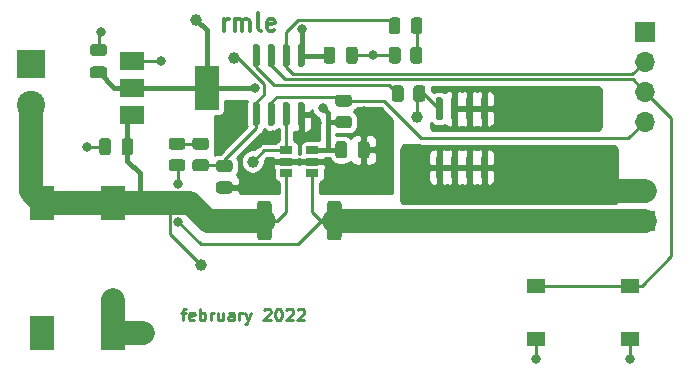
<source format=gbr>
%TF.GenerationSoftware,KiCad,Pcbnew,5.99.0+really5.1.10+dfsg1-1*%
%TF.CreationDate,2022-02-08T15:36:29-05:00*%
%TF.ProjectId,hotwire-lite,686f7477-6972-4652-9d6c-6974652e6b69,rev?*%
%TF.SameCoordinates,Original*%
%TF.FileFunction,Copper,L1,Top*%
%TF.FilePolarity,Positive*%
%FSLAX46Y46*%
G04 Gerber Fmt 4.6, Leading zero omitted, Abs format (unit mm)*
G04 Created by KiCad (PCBNEW 5.99.0+really5.1.10+dfsg1-1) date 2022-02-08 15:36:29*
%MOMM*%
%LPD*%
G01*
G04 APERTURE LIST*
%TA.AperFunction,NonConductor*%
%ADD10C,0.300000*%
%TD*%
%TA.AperFunction,NonConductor*%
%ADD11C,0.250000*%
%TD*%
%TA.AperFunction,ComponentPad*%
%ADD12O,1.700000X1.700000*%
%TD*%
%TA.AperFunction,ComponentPad*%
%ADD13R,1.700000X1.700000*%
%TD*%
%TA.AperFunction,SMDPad,CuDef*%
%ADD14R,2.000000X3.800000*%
%TD*%
%TA.AperFunction,SMDPad,CuDef*%
%ADD15R,2.000000X1.500000*%
%TD*%
%TA.AperFunction,SMDPad,CuDef*%
%ADD16R,2.000000X3.000000*%
%TD*%
%TA.AperFunction,SMDPad,CuDef*%
%ADD17R,1.060000X0.650000*%
%TD*%
%TA.AperFunction,SMDPad,CuDef*%
%ADD18C,1.000000*%
%TD*%
%TA.AperFunction,ComponentPad*%
%ADD19R,2.400000X2.400000*%
%TD*%
%TA.AperFunction,ComponentPad*%
%ADD20C,2.400000*%
%TD*%
%TA.AperFunction,SMDPad,CuDef*%
%ADD21R,1.550000X1.300000*%
%TD*%
%TA.AperFunction,ViaPad*%
%ADD22C,0.800000*%
%TD*%
%TA.AperFunction,Conductor*%
%ADD23C,0.250000*%
%TD*%
%TA.AperFunction,Conductor*%
%ADD24C,2.000000*%
%TD*%
%TA.AperFunction,Conductor*%
%ADD25C,0.350000*%
%TD*%
%TA.AperFunction,Conductor*%
%ADD26C,0.400000*%
%TD*%
%TA.AperFunction,Conductor*%
%ADD27C,0.254000*%
%TD*%
%TA.AperFunction,Conductor*%
%ADD28C,0.100000*%
%TD*%
G04 APERTURE END LIST*
D10*
X86357142Y-60928571D02*
X86357142Y-59928571D01*
X86357142Y-60214285D02*
X86428571Y-60071428D01*
X86500000Y-60000000D01*
X86642857Y-59928571D01*
X86785714Y-59928571D01*
X87285714Y-60928571D02*
X87285714Y-59928571D01*
X87285714Y-60071428D02*
X87357142Y-60000000D01*
X87500000Y-59928571D01*
X87714285Y-59928571D01*
X87857142Y-60000000D01*
X87928571Y-60142857D01*
X87928571Y-60928571D01*
X87928571Y-60142857D02*
X88000000Y-60000000D01*
X88142857Y-59928571D01*
X88357142Y-59928571D01*
X88500000Y-60000000D01*
X88571428Y-60142857D01*
X88571428Y-60928571D01*
X89500000Y-60928571D02*
X89357142Y-60857142D01*
X89285714Y-60714285D01*
X89285714Y-59428571D01*
X90642857Y-60857142D02*
X90500000Y-60928571D01*
X90214285Y-60928571D01*
X90071428Y-60857142D01*
X90000000Y-60714285D01*
X90000000Y-60142857D01*
X90071428Y-60000000D01*
X90214285Y-59928571D01*
X90500000Y-59928571D01*
X90642857Y-60000000D01*
X90714285Y-60142857D01*
X90714285Y-60285714D01*
X90000000Y-60428571D01*
D11*
X82757738Y-84785714D02*
X83138690Y-84785714D01*
X82900595Y-85452380D02*
X82900595Y-84595238D01*
X82948214Y-84500000D01*
X83043452Y-84452380D01*
X83138690Y-84452380D01*
X83852976Y-85404761D02*
X83757738Y-85452380D01*
X83567261Y-85452380D01*
X83472023Y-85404761D01*
X83424404Y-85309523D01*
X83424404Y-84928571D01*
X83472023Y-84833333D01*
X83567261Y-84785714D01*
X83757738Y-84785714D01*
X83852976Y-84833333D01*
X83900595Y-84928571D01*
X83900595Y-85023809D01*
X83424404Y-85119047D01*
X84329166Y-85452380D02*
X84329166Y-84452380D01*
X84329166Y-84833333D02*
X84424404Y-84785714D01*
X84614880Y-84785714D01*
X84710119Y-84833333D01*
X84757738Y-84880952D01*
X84805357Y-84976190D01*
X84805357Y-85261904D01*
X84757738Y-85357142D01*
X84710119Y-85404761D01*
X84614880Y-85452380D01*
X84424404Y-85452380D01*
X84329166Y-85404761D01*
X85233928Y-85452380D02*
X85233928Y-84785714D01*
X85233928Y-84976190D02*
X85281547Y-84880952D01*
X85329166Y-84833333D01*
X85424404Y-84785714D01*
X85519642Y-84785714D01*
X86281547Y-84785714D02*
X86281547Y-85452380D01*
X85852976Y-84785714D02*
X85852976Y-85309523D01*
X85900595Y-85404761D01*
X85995833Y-85452380D01*
X86138690Y-85452380D01*
X86233928Y-85404761D01*
X86281547Y-85357142D01*
X87186309Y-85452380D02*
X87186309Y-84928571D01*
X87138690Y-84833333D01*
X87043452Y-84785714D01*
X86852976Y-84785714D01*
X86757738Y-84833333D01*
X87186309Y-85404761D02*
X87091071Y-85452380D01*
X86852976Y-85452380D01*
X86757738Y-85404761D01*
X86710119Y-85309523D01*
X86710119Y-85214285D01*
X86757738Y-85119047D01*
X86852976Y-85071428D01*
X87091071Y-85071428D01*
X87186309Y-85023809D01*
X87662500Y-85452380D02*
X87662500Y-84785714D01*
X87662500Y-84976190D02*
X87710119Y-84880952D01*
X87757738Y-84833333D01*
X87852976Y-84785714D01*
X87948214Y-84785714D01*
X88186309Y-84785714D02*
X88424404Y-85452380D01*
X88662500Y-84785714D02*
X88424404Y-85452380D01*
X88329166Y-85690476D01*
X88281547Y-85738095D01*
X88186309Y-85785714D01*
X89757738Y-84547619D02*
X89805357Y-84500000D01*
X89900595Y-84452380D01*
X90138690Y-84452380D01*
X90233928Y-84500000D01*
X90281547Y-84547619D01*
X90329166Y-84642857D01*
X90329166Y-84738095D01*
X90281547Y-84880952D01*
X89710119Y-85452380D01*
X90329166Y-85452380D01*
X90948214Y-84452380D02*
X91043452Y-84452380D01*
X91138690Y-84500000D01*
X91186309Y-84547619D01*
X91233928Y-84642857D01*
X91281547Y-84833333D01*
X91281547Y-85071428D01*
X91233928Y-85261904D01*
X91186309Y-85357142D01*
X91138690Y-85404761D01*
X91043452Y-85452380D01*
X90948214Y-85452380D01*
X90852976Y-85404761D01*
X90805357Y-85357142D01*
X90757738Y-85261904D01*
X90710119Y-85071428D01*
X90710119Y-84833333D01*
X90757738Y-84642857D01*
X90805357Y-84547619D01*
X90852976Y-84500000D01*
X90948214Y-84452380D01*
X91662500Y-84547619D02*
X91710119Y-84500000D01*
X91805357Y-84452380D01*
X92043452Y-84452380D01*
X92138690Y-84500000D01*
X92186309Y-84547619D01*
X92233928Y-84642857D01*
X92233928Y-84738095D01*
X92186309Y-84880952D01*
X91614880Y-85452380D01*
X92233928Y-85452380D01*
X92614880Y-84547619D02*
X92662500Y-84500000D01*
X92757738Y-84452380D01*
X92995833Y-84452380D01*
X93091071Y-84500000D01*
X93138690Y-84547619D01*
X93186309Y-84642857D01*
X93186309Y-84738095D01*
X93138690Y-84880952D01*
X92567261Y-85452380D01*
X93186309Y-85452380D01*
%TO.P,C1,2*%
%TO.N,GNDREF*%
%TA.AperFunction,SMDPad,CuDef*%
G36*
G01*
X76800000Y-70275000D02*
X76800000Y-71225000D01*
G75*
G02*
X76550000Y-71475000I-250000J0D01*
G01*
X76050000Y-71475000D01*
G75*
G02*
X75800000Y-71225000I0J250000D01*
G01*
X75800000Y-70275000D01*
G75*
G02*
X76050000Y-70025000I250000J0D01*
G01*
X76550000Y-70025000D01*
G75*
G02*
X76800000Y-70275000I0J-250000D01*
G01*
G37*
%TD.AperFunction*%
%TO.P,C1,1*%
%TO.N,/vin*%
%TA.AperFunction,SMDPad,CuDef*%
G36*
G01*
X78700000Y-70275000D02*
X78700000Y-71225000D01*
G75*
G02*
X78450000Y-71475000I-250000J0D01*
G01*
X77950000Y-71475000D01*
G75*
G02*
X77700000Y-71225000I0J250000D01*
G01*
X77700000Y-70275000D01*
G75*
G02*
X77950000Y-70025000I250000J0D01*
G01*
X78450000Y-70025000D01*
G75*
G02*
X78700000Y-70275000I0J-250000D01*
G01*
G37*
%TD.AperFunction*%
%TD*%
%TO.P,R6,2*%
%TO.N,Net-(Q1-Pad4)*%
%TA.AperFunction,SMDPad,CuDef*%
G36*
G01*
X102400000Y-66700002D02*
X102400000Y-65799998D01*
G75*
G02*
X102649998Y-65550000I249998J0D01*
G01*
X103175002Y-65550000D01*
G75*
G02*
X103425000Y-65799998I0J-249998D01*
G01*
X103425000Y-66700002D01*
G75*
G02*
X103175002Y-66950000I-249998J0D01*
G01*
X102649998Y-66950000D01*
G75*
G02*
X102400000Y-66700002I0J249998D01*
G01*
G37*
%TD.AperFunction*%
%TO.P,R6,1*%
%TO.N,/pwm_output*%
%TA.AperFunction,SMDPad,CuDef*%
G36*
G01*
X100575000Y-66700002D02*
X100575000Y-65799998D01*
G75*
G02*
X100824998Y-65550000I249998J0D01*
G01*
X101350002Y-65550000D01*
G75*
G02*
X101600000Y-65799998I0J-249998D01*
G01*
X101600000Y-66700002D01*
G75*
G02*
X101350002Y-66950000I-249998J0D01*
G01*
X100824998Y-66950000D01*
G75*
G02*
X100575000Y-66700002I0J249998D01*
G01*
G37*
%TD.AperFunction*%
%TD*%
%TO.P,R3,2*%
%TO.N,GNDREF*%
%TA.AperFunction,SMDPad,CuDef*%
G36*
G01*
X85949998Y-73687500D02*
X86850002Y-73687500D01*
G75*
G02*
X87100000Y-73937498I0J-249998D01*
G01*
X87100000Y-74462502D01*
G75*
G02*
X86850002Y-74712500I-249998J0D01*
G01*
X85949998Y-74712500D01*
G75*
G02*
X85700000Y-74462502I0J249998D01*
G01*
X85700000Y-73937498D01*
G75*
G02*
X85949998Y-73687500I249998J0D01*
G01*
G37*
%TD.AperFunction*%
%TO.P,R3,1*%
%TO.N,/voltage_sense*%
%TA.AperFunction,SMDPad,CuDef*%
G36*
G01*
X85949998Y-71862500D02*
X86850002Y-71862500D01*
G75*
G02*
X87100000Y-72112498I0J-249998D01*
G01*
X87100000Y-72637502D01*
G75*
G02*
X86850002Y-72887500I-249998J0D01*
G01*
X85949998Y-72887500D01*
G75*
G02*
X85700000Y-72637502I0J249998D01*
G01*
X85700000Y-72112498D01*
G75*
G02*
X85949998Y-71862500I249998J0D01*
G01*
G37*
%TD.AperFunction*%
%TD*%
D12*
%TO.P,J3,4*%
%TO.N,/UPDI*%
X122000000Y-68620000D03*
%TO.P,J3,3*%
%TO.N,/rx_button*%
X122000000Y-66080000D03*
%TO.P,J3,2*%
%TO.N,/tx_led*%
X122000000Y-63540000D03*
D13*
%TO.P,J3,1*%
%TO.N,GNDREF*%
X122000000Y-61000000D03*
%TD*%
D12*
%TO.P,J4,2*%
%TO.N,/output_return*%
X122000000Y-74460000D03*
D13*
%TO.P,J4,1*%
%TO.N,/shunt_low*%
X122000000Y-77000000D03*
%TD*%
D14*
%TO.P,U1,2*%
%TO.N,/vcc*%
X84900000Y-65750000D03*
D15*
X78600000Y-65750000D03*
%TO.P,U1,3*%
%TO.N,/vin*%
X78600000Y-68050000D03*
%TO.P,U1,1*%
%TO.N,GNDREF*%
X78600000Y-63450000D03*
%TD*%
%TO.P,R4,2*%
%TO.N,GNDREF*%
%TA.AperFunction,SMDPad,CuDef*%
G36*
G01*
X101350000Y-62549998D02*
X101350000Y-63450002D01*
G75*
G02*
X101100002Y-63700000I-249998J0D01*
G01*
X100574998Y-63700000D01*
G75*
G02*
X100325000Y-63450002I0J249998D01*
G01*
X100325000Y-62549998D01*
G75*
G02*
X100574998Y-62300000I249998J0D01*
G01*
X101100002Y-62300000D01*
G75*
G02*
X101350000Y-62549998I0J-249998D01*
G01*
G37*
%TD.AperFunction*%
%TO.P,R4,1*%
%TO.N,Net-(D1-Pad1)*%
%TA.AperFunction,SMDPad,CuDef*%
G36*
G01*
X103175000Y-62549998D02*
X103175000Y-63450002D01*
G75*
G02*
X102925002Y-63700000I-249998J0D01*
G01*
X102399998Y-63700000D01*
G75*
G02*
X102150000Y-63450002I0J249998D01*
G01*
X102150000Y-62549998D01*
G75*
G02*
X102399998Y-62300000I249998J0D01*
G01*
X102925002Y-62300000D01*
G75*
G02*
X103175000Y-62549998I0J-249998D01*
G01*
G37*
%TD.AperFunction*%
%TD*%
%TO.P,R5,2*%
%TO.N,/UPDI*%
%TA.AperFunction,SMDPad,CuDef*%
G36*
G01*
X96950002Y-67350000D02*
X96049998Y-67350000D01*
G75*
G02*
X95800000Y-67100002I0J249998D01*
G01*
X95800000Y-66574998D01*
G75*
G02*
X96049998Y-66325000I249998J0D01*
G01*
X96950002Y-66325000D01*
G75*
G02*
X97200000Y-66574998I0J-249998D01*
G01*
X97200000Y-67100002D01*
G75*
G02*
X96950002Y-67350000I-249998J0D01*
G01*
G37*
%TD.AperFunction*%
%TO.P,R5,1*%
%TO.N,/vcc*%
%TA.AperFunction,SMDPad,CuDef*%
G36*
G01*
X96950002Y-69175000D02*
X96049998Y-69175000D01*
G75*
G02*
X95800000Y-68925002I0J249998D01*
G01*
X95800000Y-68399998D01*
G75*
G02*
X96049998Y-68150000I249998J0D01*
G01*
X96950002Y-68150000D01*
G75*
G02*
X97200000Y-68399998I0J-249998D01*
G01*
X97200000Y-68925002D01*
G75*
G02*
X96950002Y-69175000I-249998J0D01*
G01*
G37*
%TD.AperFunction*%
%TD*%
%TO.P,R2,2*%
%TO.N,/voltage_sense*%
%TA.AperFunction,SMDPad,CuDef*%
G36*
G01*
X83949998Y-71800000D02*
X84850002Y-71800000D01*
G75*
G02*
X85100000Y-72049998I0J-249998D01*
G01*
X85100000Y-72575002D01*
G75*
G02*
X84850002Y-72825000I-249998J0D01*
G01*
X83949998Y-72825000D01*
G75*
G02*
X83700000Y-72575002I0J249998D01*
G01*
X83700000Y-72049998D01*
G75*
G02*
X83949998Y-71800000I249998J0D01*
G01*
G37*
%TD.AperFunction*%
%TO.P,R2,1*%
%TO.N,Net-(R1-Pad2)*%
%TA.AperFunction,SMDPad,CuDef*%
G36*
G01*
X83949998Y-69975000D02*
X84850002Y-69975000D01*
G75*
G02*
X85100000Y-70224998I0J-249998D01*
G01*
X85100000Y-70750002D01*
G75*
G02*
X84850002Y-71000000I-249998J0D01*
G01*
X83949998Y-71000000D01*
G75*
G02*
X83700000Y-70750002I0J249998D01*
G01*
X83700000Y-70224998D01*
G75*
G02*
X83949998Y-69975000I249998J0D01*
G01*
G37*
%TD.AperFunction*%
%TD*%
%TO.P,R1,2*%
%TO.N,Net-(R1-Pad2)*%
%TA.AperFunction,SMDPad,CuDef*%
G36*
G01*
X82850002Y-71000000D02*
X81949998Y-71000000D01*
G75*
G02*
X81700000Y-70750002I0J249998D01*
G01*
X81700000Y-70224998D01*
G75*
G02*
X81949998Y-69975000I249998J0D01*
G01*
X82850002Y-69975000D01*
G75*
G02*
X83100000Y-70224998I0J-249998D01*
G01*
X83100000Y-70750002D01*
G75*
G02*
X82850002Y-71000000I-249998J0D01*
G01*
G37*
%TD.AperFunction*%
%TO.P,R1,1*%
%TO.N,/shunt_low*%
%TA.AperFunction,SMDPad,CuDef*%
G36*
G01*
X82850002Y-72825000D02*
X81949998Y-72825000D01*
G75*
G02*
X81700000Y-72575002I0J249998D01*
G01*
X81700000Y-72049998D01*
G75*
G02*
X81949998Y-71800000I249998J0D01*
G01*
X82850002Y-71800000D01*
G75*
G02*
X83100000Y-72049998I0J-249998D01*
G01*
X83100000Y-72575002D01*
G75*
G02*
X82850002Y-72825000I-249998J0D01*
G01*
G37*
%TD.AperFunction*%
%TD*%
%TO.P,D1,2*%
%TO.N,/tx_led*%
%TA.AperFunction,SMDPad,CuDef*%
G36*
G01*
X101300000Y-60043750D02*
X101300000Y-60956250D01*
G75*
G02*
X101056250Y-61200000I-243750J0D01*
G01*
X100568750Y-61200000D01*
G75*
G02*
X100325000Y-60956250I0J243750D01*
G01*
X100325000Y-60043750D01*
G75*
G02*
X100568750Y-59800000I243750J0D01*
G01*
X101056250Y-59800000D01*
G75*
G02*
X101300000Y-60043750I0J-243750D01*
G01*
G37*
%TD.AperFunction*%
%TO.P,D1,1*%
%TO.N,Net-(D1-Pad1)*%
%TA.AperFunction,SMDPad,CuDef*%
G36*
G01*
X103175000Y-60043750D02*
X103175000Y-60956250D01*
G75*
G02*
X102931250Y-61200000I-243750J0D01*
G01*
X102443750Y-61200000D01*
G75*
G02*
X102200000Y-60956250I0J243750D01*
G01*
X102200000Y-60043750D01*
G75*
G02*
X102443750Y-59800000I243750J0D01*
G01*
X102931250Y-59800000D01*
G75*
G02*
X103175000Y-60043750I0J-243750D01*
G01*
G37*
%TD.AperFunction*%
%TD*%
%TO.P,C4,2*%
%TO.N,GNDREF*%
%TA.AperFunction,SMDPad,CuDef*%
G36*
G01*
X97700000Y-71475000D02*
X97700000Y-70525000D01*
G75*
G02*
X97950000Y-70275000I250000J0D01*
G01*
X98450000Y-70275000D01*
G75*
G02*
X98700000Y-70525000I0J-250000D01*
G01*
X98700000Y-71475000D01*
G75*
G02*
X98450000Y-71725000I-250000J0D01*
G01*
X97950000Y-71725000D01*
G75*
G02*
X97700000Y-71475000I0J250000D01*
G01*
G37*
%TD.AperFunction*%
%TO.P,C4,1*%
%TO.N,/vcc*%
%TA.AperFunction,SMDPad,CuDef*%
G36*
G01*
X95800000Y-71475000D02*
X95800000Y-70525000D01*
G75*
G02*
X96050000Y-70275000I250000J0D01*
G01*
X96550000Y-70275000D01*
G75*
G02*
X96800000Y-70525000I0J-250000D01*
G01*
X96800000Y-71475000D01*
G75*
G02*
X96550000Y-71725000I-250000J0D01*
G01*
X96050000Y-71725000D01*
G75*
G02*
X95800000Y-71475000I0J250000D01*
G01*
G37*
%TD.AperFunction*%
%TD*%
%TO.P,C3,2*%
%TO.N,GNDREF*%
%TA.AperFunction,SMDPad,CuDef*%
G36*
G01*
X96700000Y-63475000D02*
X96700000Y-62525000D01*
G75*
G02*
X96950000Y-62275000I250000J0D01*
G01*
X97450000Y-62275000D01*
G75*
G02*
X97700000Y-62525000I0J-250000D01*
G01*
X97700000Y-63475000D01*
G75*
G02*
X97450000Y-63725000I-250000J0D01*
G01*
X96950000Y-63725000D01*
G75*
G02*
X96700000Y-63475000I0J250000D01*
G01*
G37*
%TD.AperFunction*%
%TO.P,C3,1*%
%TO.N,/vcc*%
%TA.AperFunction,SMDPad,CuDef*%
G36*
G01*
X94800000Y-63475000D02*
X94800000Y-62525000D01*
G75*
G02*
X95050000Y-62275000I250000J0D01*
G01*
X95550000Y-62275000D01*
G75*
G02*
X95800000Y-62525000I0J-250000D01*
G01*
X95800000Y-63475000D01*
G75*
G02*
X95550000Y-63725000I-250000J0D01*
G01*
X95050000Y-63725000D01*
G75*
G02*
X94800000Y-63475000I0J250000D01*
G01*
G37*
%TD.AperFunction*%
%TD*%
%TO.P,C2,2*%
%TO.N,GNDREF*%
%TA.AperFunction,SMDPad,CuDef*%
G36*
G01*
X76225000Y-63050000D02*
X75275000Y-63050000D01*
G75*
G02*
X75025000Y-62800000I0J250000D01*
G01*
X75025000Y-62300000D01*
G75*
G02*
X75275000Y-62050000I250000J0D01*
G01*
X76225000Y-62050000D01*
G75*
G02*
X76475000Y-62300000I0J-250000D01*
G01*
X76475000Y-62800000D01*
G75*
G02*
X76225000Y-63050000I-250000J0D01*
G01*
G37*
%TD.AperFunction*%
%TO.P,C2,1*%
%TO.N,/vcc*%
%TA.AperFunction,SMDPad,CuDef*%
G36*
G01*
X76225000Y-64950000D02*
X75275000Y-64950000D01*
G75*
G02*
X75025000Y-64700000I0J250000D01*
G01*
X75025000Y-64200000D01*
G75*
G02*
X75275000Y-63950000I250000J0D01*
G01*
X76225000Y-63950000D01*
G75*
G02*
X76475000Y-64200000I0J-250000D01*
G01*
X76475000Y-64700000D01*
G75*
G02*
X76225000Y-64950000I-250000J0D01*
G01*
G37*
%TD.AperFunction*%
%TD*%
D16*
%TO.P,J1,3*%
%TO.N,N/C*%
X71000000Y-86500000D03*
%TO.P,J1,2*%
%TO.N,GNDREF*%
X77000000Y-86500000D03*
%TO.P,J1,1*%
%TO.N,/vin*%
X77000000Y-75500000D03*
X71000000Y-75500000D03*
%TD*%
%TO.P,U2,8*%
%TO.N,GNDREF*%
%TA.AperFunction,SMDPad,CuDef*%
G36*
G01*
X92755000Y-67000000D02*
X93055000Y-67000000D01*
G75*
G02*
X93205000Y-67150000I0J-150000D01*
G01*
X93205000Y-68800000D01*
G75*
G02*
X93055000Y-68950000I-150000J0D01*
G01*
X92755000Y-68950000D01*
G75*
G02*
X92605000Y-68800000I0J150000D01*
G01*
X92605000Y-67150000D01*
G75*
G02*
X92755000Y-67000000I150000J0D01*
G01*
G37*
%TD.AperFunction*%
%TO.P,U2,7*%
%TO.N,/current_sense*%
%TA.AperFunction,SMDPad,CuDef*%
G36*
G01*
X91485000Y-67000000D02*
X91785000Y-67000000D01*
G75*
G02*
X91935000Y-67150000I0J-150000D01*
G01*
X91935000Y-68800000D01*
G75*
G02*
X91785000Y-68950000I-150000J0D01*
G01*
X91485000Y-68950000D01*
G75*
G02*
X91335000Y-68800000I0J150000D01*
G01*
X91335000Y-67150000D01*
G75*
G02*
X91485000Y-67000000I150000J0D01*
G01*
G37*
%TD.AperFunction*%
%TO.P,U2,6*%
%TO.N,/UPDI*%
%TA.AperFunction,SMDPad,CuDef*%
G36*
G01*
X90215000Y-67000000D02*
X90515000Y-67000000D01*
G75*
G02*
X90665000Y-67150000I0J-150000D01*
G01*
X90665000Y-68800000D01*
G75*
G02*
X90515000Y-68950000I-150000J0D01*
G01*
X90215000Y-68950000D01*
G75*
G02*
X90065000Y-68800000I0J150000D01*
G01*
X90065000Y-67150000D01*
G75*
G02*
X90215000Y-67000000I150000J0D01*
G01*
G37*
%TD.AperFunction*%
%TO.P,U2,5*%
%TO.N,/voltage_sense*%
%TA.AperFunction,SMDPad,CuDef*%
G36*
G01*
X88945000Y-67000000D02*
X89245000Y-67000000D01*
G75*
G02*
X89395000Y-67150000I0J-150000D01*
G01*
X89395000Y-68800000D01*
G75*
G02*
X89245000Y-68950000I-150000J0D01*
G01*
X88945000Y-68950000D01*
G75*
G02*
X88795000Y-68800000I0J150000D01*
G01*
X88795000Y-67150000D01*
G75*
G02*
X88945000Y-67000000I150000J0D01*
G01*
G37*
%TD.AperFunction*%
%TO.P,U2,4*%
%TO.N,/pwm_output*%
%TA.AperFunction,SMDPad,CuDef*%
G36*
G01*
X88945000Y-62050000D02*
X89245000Y-62050000D01*
G75*
G02*
X89395000Y-62200000I0J-150000D01*
G01*
X89395000Y-63850000D01*
G75*
G02*
X89245000Y-64000000I-150000J0D01*
G01*
X88945000Y-64000000D01*
G75*
G02*
X88795000Y-63850000I0J150000D01*
G01*
X88795000Y-62200000D01*
G75*
G02*
X88945000Y-62050000I150000J0D01*
G01*
G37*
%TD.AperFunction*%
%TO.P,U2,3*%
%TO.N,/rx_button*%
%TA.AperFunction,SMDPad,CuDef*%
G36*
G01*
X90215000Y-62050000D02*
X90515000Y-62050000D01*
G75*
G02*
X90665000Y-62200000I0J-150000D01*
G01*
X90665000Y-63850000D01*
G75*
G02*
X90515000Y-64000000I-150000J0D01*
G01*
X90215000Y-64000000D01*
G75*
G02*
X90065000Y-63850000I0J150000D01*
G01*
X90065000Y-62200000D01*
G75*
G02*
X90215000Y-62050000I150000J0D01*
G01*
G37*
%TD.AperFunction*%
%TO.P,U2,2*%
%TO.N,/tx_led*%
%TA.AperFunction,SMDPad,CuDef*%
G36*
G01*
X91485000Y-62050000D02*
X91785000Y-62050000D01*
G75*
G02*
X91935000Y-62200000I0J-150000D01*
G01*
X91935000Y-63850000D01*
G75*
G02*
X91785000Y-64000000I-150000J0D01*
G01*
X91485000Y-64000000D01*
G75*
G02*
X91335000Y-63850000I0J150000D01*
G01*
X91335000Y-62200000D01*
G75*
G02*
X91485000Y-62050000I150000J0D01*
G01*
G37*
%TD.AperFunction*%
%TO.P,U2,1*%
%TO.N,/vcc*%
%TA.AperFunction,SMDPad,CuDef*%
G36*
G01*
X92755000Y-62050000D02*
X93055000Y-62050000D01*
G75*
G02*
X93205000Y-62200000I0J-150000D01*
G01*
X93205000Y-63850000D01*
G75*
G02*
X93055000Y-64000000I-150000J0D01*
G01*
X92755000Y-64000000D01*
G75*
G02*
X92605000Y-63850000I0J150000D01*
G01*
X92605000Y-62200000D01*
G75*
G02*
X92755000Y-62050000I150000J0D01*
G01*
G37*
%TD.AperFunction*%
%TD*%
%TO.P,Q1,8*%
%TO.N,/output_return*%
%TA.AperFunction,SMDPad,CuDef*%
G36*
G01*
X108255000Y-71500000D02*
X108555000Y-71500000D01*
G75*
G02*
X108705000Y-71650000I0J-150000D01*
G01*
X108705000Y-73300000D01*
G75*
G02*
X108555000Y-73450000I-150000J0D01*
G01*
X108255000Y-73450000D01*
G75*
G02*
X108105000Y-73300000I0J150000D01*
G01*
X108105000Y-71650000D01*
G75*
G02*
X108255000Y-71500000I150000J0D01*
G01*
G37*
%TD.AperFunction*%
%TO.P,Q1,7*%
%TA.AperFunction,SMDPad,CuDef*%
G36*
G01*
X106985000Y-71500000D02*
X107285000Y-71500000D01*
G75*
G02*
X107435000Y-71650000I0J-150000D01*
G01*
X107435000Y-73300000D01*
G75*
G02*
X107285000Y-73450000I-150000J0D01*
G01*
X106985000Y-73450000D01*
G75*
G02*
X106835000Y-73300000I0J150000D01*
G01*
X106835000Y-71650000D01*
G75*
G02*
X106985000Y-71500000I150000J0D01*
G01*
G37*
%TD.AperFunction*%
%TO.P,Q1,6*%
%TA.AperFunction,SMDPad,CuDef*%
G36*
G01*
X105715000Y-71500000D02*
X106015000Y-71500000D01*
G75*
G02*
X106165000Y-71650000I0J-150000D01*
G01*
X106165000Y-73300000D01*
G75*
G02*
X106015000Y-73450000I-150000J0D01*
G01*
X105715000Y-73450000D01*
G75*
G02*
X105565000Y-73300000I0J150000D01*
G01*
X105565000Y-71650000D01*
G75*
G02*
X105715000Y-71500000I150000J0D01*
G01*
G37*
%TD.AperFunction*%
%TO.P,Q1,5*%
%TA.AperFunction,SMDPad,CuDef*%
G36*
G01*
X104445000Y-71500000D02*
X104745000Y-71500000D01*
G75*
G02*
X104895000Y-71650000I0J-150000D01*
G01*
X104895000Y-73300000D01*
G75*
G02*
X104745000Y-73450000I-150000J0D01*
G01*
X104445000Y-73450000D01*
G75*
G02*
X104295000Y-73300000I0J150000D01*
G01*
X104295000Y-71650000D01*
G75*
G02*
X104445000Y-71500000I150000J0D01*
G01*
G37*
%TD.AperFunction*%
%TO.P,Q1,4*%
%TO.N,Net-(Q1-Pad4)*%
%TA.AperFunction,SMDPad,CuDef*%
G36*
G01*
X104445000Y-66550000D02*
X104745000Y-66550000D01*
G75*
G02*
X104895000Y-66700000I0J-150000D01*
G01*
X104895000Y-68350000D01*
G75*
G02*
X104745000Y-68500000I-150000J0D01*
G01*
X104445000Y-68500000D01*
G75*
G02*
X104295000Y-68350000I0J150000D01*
G01*
X104295000Y-66700000D01*
G75*
G02*
X104445000Y-66550000I150000J0D01*
G01*
G37*
%TD.AperFunction*%
%TO.P,Q1,3*%
%TO.N,GNDREF*%
%TA.AperFunction,SMDPad,CuDef*%
G36*
G01*
X105715000Y-66550000D02*
X106015000Y-66550000D01*
G75*
G02*
X106165000Y-66700000I0J-150000D01*
G01*
X106165000Y-68350000D01*
G75*
G02*
X106015000Y-68500000I-150000J0D01*
G01*
X105715000Y-68500000D01*
G75*
G02*
X105565000Y-68350000I0J150000D01*
G01*
X105565000Y-66700000D01*
G75*
G02*
X105715000Y-66550000I150000J0D01*
G01*
G37*
%TD.AperFunction*%
%TO.P,Q1,2*%
%TA.AperFunction,SMDPad,CuDef*%
G36*
G01*
X106985000Y-66550000D02*
X107285000Y-66550000D01*
G75*
G02*
X107435000Y-66700000I0J-150000D01*
G01*
X107435000Y-68350000D01*
G75*
G02*
X107285000Y-68500000I-150000J0D01*
G01*
X106985000Y-68500000D01*
G75*
G02*
X106835000Y-68350000I0J150000D01*
G01*
X106835000Y-66700000D01*
G75*
G02*
X106985000Y-66550000I150000J0D01*
G01*
G37*
%TD.AperFunction*%
%TO.P,Q1,1*%
%TA.AperFunction,SMDPad,CuDef*%
G36*
G01*
X108255000Y-66550000D02*
X108555000Y-66550000D01*
G75*
G02*
X108705000Y-66700000I0J-150000D01*
G01*
X108705000Y-68350000D01*
G75*
G02*
X108555000Y-68500000I-150000J0D01*
G01*
X108255000Y-68500000D01*
G75*
G02*
X108105000Y-68350000I0J150000D01*
G01*
X108105000Y-66700000D01*
G75*
G02*
X108255000Y-66550000I150000J0D01*
G01*
G37*
%TD.AperFunction*%
%TD*%
%TO.P,SHUNT,2*%
%TO.N,/shunt_low*%
%TA.AperFunction,SMDPad,CuDef*%
G36*
G01*
X95100000Y-78425001D02*
X95100000Y-75574999D01*
G75*
G02*
X95349999Y-75325000I249999J0D01*
G01*
X96075001Y-75325000D01*
G75*
G02*
X96325000Y-75574999I0J-249999D01*
G01*
X96325000Y-78425001D01*
G75*
G02*
X96075001Y-78675000I-249999J0D01*
G01*
X95349999Y-78675000D01*
G75*
G02*
X95100000Y-78425001I0J249999D01*
G01*
G37*
%TD.AperFunction*%
%TO.P,SHUNT,1*%
%TO.N,/vin*%
%TA.AperFunction,SMDPad,CuDef*%
G36*
G01*
X89175000Y-78425001D02*
X89175000Y-75574999D01*
G75*
G02*
X89424999Y-75325000I249999J0D01*
G01*
X90150001Y-75325000D01*
G75*
G02*
X90400000Y-75574999I0J-249999D01*
G01*
X90400000Y-78425001D01*
G75*
G02*
X90150001Y-78675000I-249999J0D01*
G01*
X89424999Y-78675000D01*
G75*
G02*
X89175000Y-78425001I0J249999D01*
G01*
G37*
%TD.AperFunction*%
%TD*%
D17*
%TO.P,U3,5*%
%TO.N,GNDREF*%
X93850000Y-72000000D03*
%TO.P,U3,6*%
%TO.N,/vcc*%
X93850000Y-71050000D03*
%TO.P,U3,4*%
%TO.N,/shunt_low*%
X93850000Y-72950000D03*
%TO.P,U3,3*%
%TO.N,/vin*%
X91650000Y-72950000D03*
%TO.P,U3,2*%
%TO.N,GNDREF*%
X91650000Y-72000000D03*
%TO.P,U3,1*%
%TO.N,/current_sense*%
X91650000Y-71050000D03*
%TD*%
D18*
%TO.P,volt,1*%
%TO.N,/voltage_sense*%
X87250000Y-63250000D03*
%TD*%
%TO.P,vin,1*%
%TO.N,/vin*%
X84400000Y-80800000D03*
%TD*%
%TO.P,reg,1*%
%TO.N,/vcc*%
X84000000Y-60000000D03*
%TD*%
%TO.P,pwm,1*%
%TO.N,Net-(Q1-Pad4)*%
X102750000Y-68250000D03*
%TD*%
%TO.P,amp,1*%
%TO.N,/current_sense*%
X88800000Y-72000000D03*
%TD*%
D19*
%TO.P,J2,1*%
%TO.N,GNDREF*%
X70000000Y-63750000D03*
D20*
%TO.P,J2,2*%
%TO.N,/vin*%
X70000000Y-67250000D03*
%TD*%
D21*
%TO.P,SW1,2*%
%TO.N,GNDREF*%
X112770000Y-87000000D03*
%TO.P,SW1,1*%
%TO.N,/rx_button*%
X112770000Y-82500000D03*
X120730000Y-82500000D03*
%TO.P,SW1,2*%
%TO.N,GNDREF*%
X120730000Y-87000000D03*
%TD*%
D22*
%TO.N,GNDREF*%
X90200000Y-72000000D03*
X95250000Y-72750000D03*
X99750000Y-71000000D03*
X99000000Y-63000000D03*
X112750000Y-88750000D03*
X120750000Y-88750000D03*
X76000000Y-61000000D03*
X81000000Y-63500000D03*
X114500000Y-66000000D03*
X116000000Y-66000000D03*
X114500000Y-67500000D03*
X116000000Y-67500000D03*
X116000000Y-69000000D03*
X77000000Y-83750000D03*
X79500000Y-86500000D03*
X113000000Y-66000000D03*
X113000000Y-67500000D03*
X113000000Y-69000000D03*
X111500000Y-69000000D03*
X110000000Y-69000000D03*
X110000000Y-67500000D03*
X110000000Y-66000000D03*
X111500000Y-66000000D03*
X111500000Y-67500000D03*
X94250000Y-68750000D03*
X90500000Y-69750000D03*
X92750000Y-69750000D03*
X90250000Y-74000000D03*
X95250000Y-74250000D03*
X96750000Y-74250000D03*
X96750000Y-72750000D03*
X89250000Y-70500000D03*
X88750000Y-74250000D03*
X99750000Y-74250000D03*
X98250000Y-67750000D03*
X98250000Y-72750000D03*
X98250000Y-74250000D03*
X99750000Y-72750000D03*
X98250000Y-69250000D03*
X99750000Y-69250000D03*
X114500000Y-69000000D03*
X74750000Y-70750000D03*
X86200000Y-70600000D03*
X87800000Y-69200000D03*
X86000000Y-68600000D03*
X87600000Y-67600000D03*
%TO.N,/vcc*%
X93000000Y-60750000D03*
X89000000Y-65750000D03*
X94750000Y-67500000D03*
%TO.N,/shunt_low*%
X82500000Y-77100000D03*
X82500000Y-73900000D03*
%TD*%
D23*
%TO.N,GNDREF*%
X92905000Y-67975000D02*
X93075000Y-67975000D01*
X97200000Y-63000000D02*
X99000000Y-63000000D01*
X112770000Y-88730000D02*
X112750000Y-88750000D01*
X112770000Y-87000000D02*
X112770000Y-88730000D01*
X120730000Y-88730000D02*
X120750000Y-88750000D01*
X120730000Y-87000000D02*
X120730000Y-88730000D01*
X75750000Y-61250000D02*
X76000000Y-61000000D01*
X75750000Y-62550000D02*
X75750000Y-61250000D01*
X80950000Y-63450000D02*
X81000000Y-63500000D01*
X78600000Y-63450000D02*
X80950000Y-63450000D01*
X100837500Y-63000000D02*
X99000000Y-63000000D01*
D24*
X77000000Y-86500000D02*
X77000000Y-83750000D01*
X77000000Y-86500000D02*
X79500000Y-86500000D01*
D23*
X92905000Y-67975000D02*
X92905000Y-68655000D01*
X92905000Y-68655000D02*
X93000000Y-68750000D01*
X88700000Y-74200000D02*
X88750000Y-74250000D01*
X86400000Y-74200000D02*
X88700000Y-74200000D01*
X76300000Y-70750000D02*
X74750000Y-70750000D01*
%TO.N,/vin*%
X89787500Y-77000000D02*
X90900000Y-77000000D01*
X91650000Y-76250000D02*
X91650000Y-72950000D01*
X90900000Y-77000000D02*
X91650000Y-76250000D01*
D24*
X70000000Y-74500000D02*
X71000000Y-75500000D01*
X70000000Y-67250000D02*
X70000000Y-74500000D01*
X85000000Y-77000000D02*
X89787500Y-77000000D01*
X83500000Y-75500000D02*
X85000000Y-77000000D01*
D23*
X84500000Y-77500000D02*
X85000000Y-77000000D01*
D25*
X78550000Y-75200000D02*
X78250000Y-75500000D01*
D24*
X77000000Y-75500000D02*
X78250000Y-75500000D01*
D25*
X78550000Y-68100000D02*
X78600000Y-68050000D01*
D24*
X71000000Y-75500000D02*
X77000000Y-75500000D01*
D23*
X82400000Y-75400000D02*
X82500000Y-75500000D01*
D24*
X82500000Y-75500000D02*
X83500000Y-75500000D01*
D26*
X78200000Y-68450000D02*
X78600000Y-68050000D01*
X78200000Y-70750000D02*
X78200000Y-68450000D01*
X78200000Y-70750000D02*
X78200000Y-71950000D01*
X79250000Y-73000000D02*
X79250000Y-75500000D01*
X78200000Y-71950000D02*
X79250000Y-73000000D01*
D24*
X78250000Y-75500000D02*
X79250000Y-75500000D01*
D23*
X81774999Y-75974999D02*
X81300000Y-75500000D01*
X84400000Y-80800000D02*
X81774999Y-78174999D01*
D24*
X81300000Y-75500000D02*
X82500000Y-75500000D01*
D23*
X81774999Y-78174999D02*
X81774999Y-75974999D01*
D24*
X79250000Y-75500000D02*
X81300000Y-75500000D01*
D23*
%TO.N,/vcc*%
X96500000Y-71050000D02*
X96550000Y-71000000D01*
D26*
X77050000Y-65750000D02*
X75750000Y-64450000D01*
X78600000Y-65750000D02*
X77050000Y-65750000D01*
X84900000Y-60900000D02*
X84000000Y-60000000D01*
X84900000Y-65750000D02*
X84900000Y-60900000D01*
X78600000Y-65750000D02*
X84900000Y-65750000D01*
X95275000Y-63025000D02*
X95300000Y-63000000D01*
X92905000Y-63025000D02*
X95275000Y-63025000D01*
X96500000Y-70950000D02*
X96550000Y-71000000D01*
X93900000Y-71000000D02*
X93850000Y-71050000D01*
X93000000Y-62930000D02*
X92905000Y-63025000D01*
X93000000Y-60750000D02*
X93000000Y-62930000D01*
X95000000Y-71000000D02*
X93900000Y-71000000D01*
X96550000Y-71000000D02*
X95000000Y-71000000D01*
X84900000Y-65750000D02*
X87750000Y-65750000D01*
X95149999Y-70850001D02*
X95000000Y-71000000D01*
X94750000Y-67500000D02*
X95149999Y-67899999D01*
X95162500Y-68662500D02*
X95149999Y-68649999D01*
X96500000Y-68662500D02*
X95162500Y-68662500D01*
X95149999Y-68649999D02*
X95149999Y-70850001D01*
X95149999Y-67899999D02*
X95149999Y-68649999D01*
X87750000Y-65750000D02*
X89000000Y-65750000D01*
D23*
%TO.N,/shunt_low*%
X95712500Y-77000000D02*
X94600000Y-77000000D01*
X93850000Y-76250000D02*
X93850000Y-72950000D01*
X94600000Y-77000000D02*
X93850000Y-76250000D01*
D24*
X95712500Y-77000000D02*
X122000000Y-77000000D01*
D23*
%TO.N,Net-(R1-Pad2)*%
X82387500Y-70500000D02*
X82400000Y-70487500D01*
%TO.N,/current_sense*%
X91650000Y-67990000D02*
X91635000Y-67975000D01*
X91650000Y-71050000D02*
X91650000Y-67990000D01*
X89750000Y-71050000D02*
X88800000Y-72000000D01*
X91650000Y-71050000D02*
X89750000Y-71050000D01*
%TO.N,/pwm_output*%
X89095000Y-64000000D02*
X90595000Y-65500000D01*
X89095000Y-63025000D02*
X89095000Y-64000000D01*
X100337500Y-65500000D02*
X101087500Y-66250000D01*
X90595000Y-65500000D02*
X100337500Y-65500000D01*
%TO.N,/UPDI*%
X90365000Y-67000000D02*
X90865000Y-66500000D01*
X90365000Y-67975000D02*
X90365000Y-67000000D01*
X96162500Y-66500000D02*
X96500000Y-66837500D01*
X90865000Y-66500000D02*
X96162500Y-66500000D01*
X99910502Y-66837500D02*
X96500000Y-66837500D01*
X103073002Y-70000000D02*
X99910502Y-66837500D01*
X120620000Y-70000000D02*
X103073002Y-70000000D01*
X122000000Y-68620000D02*
X120620000Y-70000000D01*
%TO.N,Net-(D1-Pad1)*%
X102687500Y-62975000D02*
X102662500Y-63000000D01*
X102687500Y-60500000D02*
X102687500Y-62975000D01*
%TO.N,/tx_led*%
X91635000Y-64000000D02*
X92234980Y-64599980D01*
X91635000Y-63025000D02*
X91635000Y-64000000D01*
X91635000Y-61041998D02*
X92676998Y-60000000D01*
X91635000Y-63025000D02*
X91635000Y-61041998D01*
X100312500Y-60000000D02*
X100812500Y-60500000D01*
X92676998Y-60000000D02*
X100312500Y-60000000D01*
X120940020Y-64599980D02*
X122000000Y-63540000D01*
X92234980Y-64599980D02*
X120940020Y-64599980D01*
%TO.N,/rx_button*%
X112770000Y-82500000D02*
X120730000Y-82500000D01*
X120969990Y-65049990D02*
X122000000Y-66080000D01*
X91549990Y-65049990D02*
X120969990Y-65049990D01*
X90365000Y-63865000D02*
X91549990Y-65049990D01*
X90365000Y-63025000D02*
X90365000Y-63865000D01*
X124250000Y-68330000D02*
X122000000Y-66080000D01*
X124250000Y-80000000D02*
X124250000Y-68330000D01*
X121750000Y-82500000D02*
X124250000Y-80000000D01*
X120730000Y-82500000D02*
X121750000Y-82500000D01*
D24*
%TO.N,/output_return*%
X122000000Y-74460000D02*
X117960000Y-74460000D01*
D23*
%TO.N,Net-(Q1-Pad4)*%
X103320000Y-66250000D02*
X104595000Y-67525000D01*
X102912500Y-66250000D02*
X103320000Y-66250000D01*
X102750000Y-66412500D02*
X102912500Y-66250000D01*
X102750000Y-68250000D02*
X102750000Y-66412500D01*
%TO.N,/voltage_sense*%
X89095000Y-69167500D02*
X89095000Y-67975000D01*
X86400000Y-71862500D02*
X89095000Y-69167500D01*
X86400000Y-72375000D02*
X86400000Y-71862500D01*
X86337500Y-72312500D02*
X86400000Y-72375000D01*
X84400000Y-72312500D02*
X86337500Y-72312500D01*
X89725001Y-65401999D02*
X87573002Y-63250000D01*
X89095000Y-67000000D02*
X89725001Y-66369999D01*
X87573002Y-63250000D02*
X87250000Y-63250000D01*
X89725001Y-66369999D02*
X89725001Y-65401999D01*
X89095000Y-67975000D02*
X89095000Y-67000000D01*
%TO.N,/shunt_low*%
X94600000Y-77000000D02*
X93750000Y-77850000D01*
X84400010Y-79000010D02*
X82500000Y-77100000D01*
X92599990Y-79000010D02*
X84400010Y-79000010D01*
X93750000Y-77850000D02*
X92599990Y-79000010D01*
X82500000Y-72412500D02*
X82400000Y-72312500D01*
X82500000Y-73900000D02*
X82500000Y-72412500D01*
%TO.N,Net-(R1-Pad2)*%
X82400000Y-70487500D02*
X84400000Y-70487500D01*
%TD*%
D27*
%TO.N,GNDREF*%
X118163089Y-65736709D02*
X118222133Y-65813713D01*
X118259246Y-65903366D01*
X118273000Y-66007896D01*
X118273000Y-68991672D01*
X118259231Y-69096257D01*
X118222077Y-69185955D01*
X118162976Y-69262976D01*
X118085955Y-69322077D01*
X118023371Y-69348000D01*
X104126629Y-69348000D01*
X104064045Y-69322077D01*
X103987024Y-69262976D01*
X103927923Y-69185955D01*
X103890769Y-69096257D01*
X103877000Y-68991672D01*
X103877000Y-68721969D01*
X103879976Y-68727537D01*
X103964486Y-68830514D01*
X104067463Y-68915024D01*
X104184948Y-68977821D01*
X104312427Y-69016492D01*
X104445000Y-69029549D01*
X104745000Y-69029549D01*
X104877573Y-69016492D01*
X105005052Y-68977821D01*
X105095847Y-68929290D01*
X105113815Y-68951185D01*
X105210506Y-69030537D01*
X105320820Y-69089502D01*
X105440518Y-69125812D01*
X105565000Y-69138072D01*
X105579250Y-69135000D01*
X105738000Y-68976250D01*
X105738000Y-67652000D01*
X105992000Y-67652000D01*
X105992000Y-68976250D01*
X106150750Y-69135000D01*
X106165000Y-69138072D01*
X106289482Y-69125812D01*
X106409180Y-69089502D01*
X106500000Y-69040957D01*
X106590820Y-69089502D01*
X106710518Y-69125812D01*
X106835000Y-69138072D01*
X106849250Y-69135000D01*
X107008000Y-68976250D01*
X107008000Y-67652000D01*
X107262000Y-67652000D01*
X107262000Y-68976250D01*
X107420750Y-69135000D01*
X107435000Y-69138072D01*
X107559482Y-69125812D01*
X107679180Y-69089502D01*
X107770000Y-69040957D01*
X107860820Y-69089502D01*
X107980518Y-69125812D01*
X108105000Y-69138072D01*
X108119250Y-69135000D01*
X108278000Y-68976250D01*
X108278000Y-67652000D01*
X108532000Y-67652000D01*
X108532000Y-68976250D01*
X108690750Y-69135000D01*
X108705000Y-69138072D01*
X108829482Y-69125812D01*
X108949180Y-69089502D01*
X109059494Y-69030537D01*
X109156185Y-68951185D01*
X109235537Y-68854494D01*
X109294502Y-68744180D01*
X109330812Y-68624482D01*
X109343072Y-68500000D01*
X109340000Y-67810750D01*
X109181250Y-67652000D01*
X108532000Y-67652000D01*
X108278000Y-67652000D01*
X107262000Y-67652000D01*
X107008000Y-67652000D01*
X105992000Y-67652000D01*
X105738000Y-67652000D01*
X105718000Y-67652000D01*
X105718000Y-67398000D01*
X105738000Y-67398000D01*
X105738000Y-66073750D01*
X105992000Y-66073750D01*
X105992000Y-67398000D01*
X107008000Y-67398000D01*
X107008000Y-66073750D01*
X107262000Y-66073750D01*
X107262000Y-67398000D01*
X108278000Y-67398000D01*
X108278000Y-66073750D01*
X108532000Y-66073750D01*
X108532000Y-67398000D01*
X109181250Y-67398000D01*
X109340000Y-67239250D01*
X109343072Y-66550000D01*
X109330812Y-66425518D01*
X109294502Y-66305820D01*
X109235537Y-66195506D01*
X109156185Y-66098815D01*
X109059494Y-66019463D01*
X108949180Y-65960498D01*
X108829482Y-65924188D01*
X108705000Y-65911928D01*
X108690750Y-65915000D01*
X108532000Y-66073750D01*
X108278000Y-66073750D01*
X108119250Y-65915000D01*
X108105000Y-65911928D01*
X107980518Y-65924188D01*
X107860820Y-65960498D01*
X107770000Y-66009043D01*
X107679180Y-65960498D01*
X107559482Y-65924188D01*
X107435000Y-65911928D01*
X107420750Y-65915000D01*
X107262000Y-66073750D01*
X107008000Y-66073750D01*
X106849250Y-65915000D01*
X106835000Y-65911928D01*
X106710518Y-65924188D01*
X106590820Y-65960498D01*
X106500000Y-66009043D01*
X106409180Y-65960498D01*
X106289482Y-65924188D01*
X106165000Y-65911928D01*
X106150750Y-65915000D01*
X105992000Y-66073750D01*
X105738000Y-66073750D01*
X105579250Y-65915000D01*
X105565000Y-65911928D01*
X105440518Y-65924188D01*
X105320820Y-65960498D01*
X105210506Y-66019463D01*
X105113815Y-66098815D01*
X105095847Y-66120710D01*
X105005052Y-66072179D01*
X104877573Y-66033508D01*
X104745000Y-66020451D01*
X104445000Y-66020451D01*
X104312427Y-66033508D01*
X104184948Y-66072179D01*
X104106289Y-66114223D01*
X103954549Y-65962483D01*
X103954549Y-65799998D01*
X103951693Y-65770998D01*
X103987137Y-65724840D01*
X104016946Y-65701990D01*
X118117889Y-65701990D01*
X118163089Y-65736709D01*
%TA.AperFunction,Conductor*%
D28*
G36*
X118163089Y-65736709D02*
G01*
X118222133Y-65813713D01*
X118259246Y-65903366D01*
X118273000Y-66007896D01*
X118273000Y-68991672D01*
X118259231Y-69096257D01*
X118222077Y-69185955D01*
X118162976Y-69262976D01*
X118085955Y-69322077D01*
X118023371Y-69348000D01*
X104126629Y-69348000D01*
X104064045Y-69322077D01*
X103987024Y-69262976D01*
X103927923Y-69185955D01*
X103890769Y-69096257D01*
X103877000Y-68991672D01*
X103877000Y-68721969D01*
X103879976Y-68727537D01*
X103964486Y-68830514D01*
X104067463Y-68915024D01*
X104184948Y-68977821D01*
X104312427Y-69016492D01*
X104445000Y-69029549D01*
X104745000Y-69029549D01*
X104877573Y-69016492D01*
X105005052Y-68977821D01*
X105095847Y-68929290D01*
X105113815Y-68951185D01*
X105210506Y-69030537D01*
X105320820Y-69089502D01*
X105440518Y-69125812D01*
X105565000Y-69138072D01*
X105579250Y-69135000D01*
X105738000Y-68976250D01*
X105738000Y-67652000D01*
X105992000Y-67652000D01*
X105992000Y-68976250D01*
X106150750Y-69135000D01*
X106165000Y-69138072D01*
X106289482Y-69125812D01*
X106409180Y-69089502D01*
X106500000Y-69040957D01*
X106590820Y-69089502D01*
X106710518Y-69125812D01*
X106835000Y-69138072D01*
X106849250Y-69135000D01*
X107008000Y-68976250D01*
X107008000Y-67652000D01*
X107262000Y-67652000D01*
X107262000Y-68976250D01*
X107420750Y-69135000D01*
X107435000Y-69138072D01*
X107559482Y-69125812D01*
X107679180Y-69089502D01*
X107770000Y-69040957D01*
X107860820Y-69089502D01*
X107980518Y-69125812D01*
X108105000Y-69138072D01*
X108119250Y-69135000D01*
X108278000Y-68976250D01*
X108278000Y-67652000D01*
X108532000Y-67652000D01*
X108532000Y-68976250D01*
X108690750Y-69135000D01*
X108705000Y-69138072D01*
X108829482Y-69125812D01*
X108949180Y-69089502D01*
X109059494Y-69030537D01*
X109156185Y-68951185D01*
X109235537Y-68854494D01*
X109294502Y-68744180D01*
X109330812Y-68624482D01*
X109343072Y-68500000D01*
X109340000Y-67810750D01*
X109181250Y-67652000D01*
X108532000Y-67652000D01*
X108278000Y-67652000D01*
X107262000Y-67652000D01*
X107008000Y-67652000D01*
X105992000Y-67652000D01*
X105738000Y-67652000D01*
X105718000Y-67652000D01*
X105718000Y-67398000D01*
X105738000Y-67398000D01*
X105738000Y-66073750D01*
X105992000Y-66073750D01*
X105992000Y-67398000D01*
X107008000Y-67398000D01*
X107008000Y-66073750D01*
X107262000Y-66073750D01*
X107262000Y-67398000D01*
X108278000Y-67398000D01*
X108278000Y-66073750D01*
X108532000Y-66073750D01*
X108532000Y-67398000D01*
X109181250Y-67398000D01*
X109340000Y-67239250D01*
X109343072Y-66550000D01*
X109330812Y-66425518D01*
X109294502Y-66305820D01*
X109235537Y-66195506D01*
X109156185Y-66098815D01*
X109059494Y-66019463D01*
X108949180Y-65960498D01*
X108829482Y-65924188D01*
X108705000Y-65911928D01*
X108690750Y-65915000D01*
X108532000Y-66073750D01*
X108278000Y-66073750D01*
X108119250Y-65915000D01*
X108105000Y-65911928D01*
X107980518Y-65924188D01*
X107860820Y-65960498D01*
X107770000Y-66009043D01*
X107679180Y-65960498D01*
X107559482Y-65924188D01*
X107435000Y-65911928D01*
X107420750Y-65915000D01*
X107262000Y-66073750D01*
X107008000Y-66073750D01*
X106849250Y-65915000D01*
X106835000Y-65911928D01*
X106710518Y-65924188D01*
X106590820Y-65960498D01*
X106500000Y-66009043D01*
X106409180Y-65960498D01*
X106289482Y-65924188D01*
X106165000Y-65911928D01*
X106150750Y-65915000D01*
X105992000Y-66073750D01*
X105738000Y-66073750D01*
X105579250Y-65915000D01*
X105565000Y-65911928D01*
X105440518Y-65924188D01*
X105320820Y-65960498D01*
X105210506Y-66019463D01*
X105113815Y-66098815D01*
X105095847Y-66120710D01*
X105005052Y-66072179D01*
X104877573Y-66033508D01*
X104745000Y-66020451D01*
X104445000Y-66020451D01*
X104312427Y-66033508D01*
X104184948Y-66072179D01*
X104106289Y-66114223D01*
X103954549Y-65962483D01*
X103954549Y-65799998D01*
X103951693Y-65770998D01*
X103987137Y-65724840D01*
X104016946Y-65701990D01*
X118117889Y-65701990D01*
X118163089Y-65736709D01*
G37*
%TD.AperFunction*%
%TD*%
D27*
%TO.N,/output_return*%
X102945187Y-70642565D02*
X102957829Y-70643810D01*
X103040980Y-70652000D01*
X103040987Y-70652000D01*
X103073001Y-70655153D01*
X103105016Y-70652000D01*
X119373371Y-70652000D01*
X119435955Y-70677923D01*
X119512976Y-70737024D01*
X119572077Y-70814045D01*
X119609231Y-70903743D01*
X119623000Y-71008328D01*
X119623000Y-75241672D01*
X119609231Y-75346257D01*
X119572077Y-75435955D01*
X119543651Y-75473000D01*
X101456349Y-75473000D01*
X101427923Y-75435955D01*
X101390769Y-75346257D01*
X101377000Y-75241672D01*
X101377000Y-73450000D01*
X103656928Y-73450000D01*
X103669188Y-73574482D01*
X103705498Y-73694180D01*
X103764463Y-73804494D01*
X103843815Y-73901185D01*
X103940506Y-73980537D01*
X104050820Y-74039502D01*
X104170518Y-74075812D01*
X104295000Y-74088072D01*
X104309250Y-74085000D01*
X104468000Y-73926250D01*
X104468000Y-72602000D01*
X104722000Y-72602000D01*
X104722000Y-73926250D01*
X104880750Y-74085000D01*
X104895000Y-74088072D01*
X105019482Y-74075812D01*
X105139180Y-74039502D01*
X105230000Y-73990957D01*
X105320820Y-74039502D01*
X105440518Y-74075812D01*
X105565000Y-74088072D01*
X105579250Y-74085000D01*
X105738000Y-73926250D01*
X105738000Y-72602000D01*
X105992000Y-72602000D01*
X105992000Y-73926250D01*
X106150750Y-74085000D01*
X106165000Y-74088072D01*
X106289482Y-74075812D01*
X106409180Y-74039502D01*
X106500000Y-73990957D01*
X106590820Y-74039502D01*
X106710518Y-74075812D01*
X106835000Y-74088072D01*
X106849250Y-74085000D01*
X107008000Y-73926250D01*
X107008000Y-72602000D01*
X107262000Y-72602000D01*
X107262000Y-73926250D01*
X107420750Y-74085000D01*
X107435000Y-74088072D01*
X107559482Y-74075812D01*
X107679180Y-74039502D01*
X107770000Y-73990957D01*
X107860820Y-74039502D01*
X107980518Y-74075812D01*
X108105000Y-74088072D01*
X108119250Y-74085000D01*
X108278000Y-73926250D01*
X108278000Y-72602000D01*
X108532000Y-72602000D01*
X108532000Y-73926250D01*
X108690750Y-74085000D01*
X108705000Y-74088072D01*
X108829482Y-74075812D01*
X108949180Y-74039502D01*
X109059494Y-73980537D01*
X109156185Y-73901185D01*
X109235537Y-73804494D01*
X109294502Y-73694180D01*
X109330812Y-73574482D01*
X109343072Y-73450000D01*
X109340000Y-72760750D01*
X109181250Y-72602000D01*
X108532000Y-72602000D01*
X108278000Y-72602000D01*
X107262000Y-72602000D01*
X107008000Y-72602000D01*
X105992000Y-72602000D01*
X105738000Y-72602000D01*
X104722000Y-72602000D01*
X104468000Y-72602000D01*
X103818750Y-72602000D01*
X103660000Y-72760750D01*
X103656928Y-73450000D01*
X101377000Y-73450000D01*
X101377000Y-71500000D01*
X103656928Y-71500000D01*
X103660000Y-72189250D01*
X103818750Y-72348000D01*
X104468000Y-72348000D01*
X104468000Y-71023750D01*
X104722000Y-71023750D01*
X104722000Y-72348000D01*
X105738000Y-72348000D01*
X105738000Y-71023750D01*
X105992000Y-71023750D01*
X105992000Y-72348000D01*
X107008000Y-72348000D01*
X107008000Y-71023750D01*
X107262000Y-71023750D01*
X107262000Y-72348000D01*
X108278000Y-72348000D01*
X108278000Y-71023750D01*
X108532000Y-71023750D01*
X108532000Y-72348000D01*
X109181250Y-72348000D01*
X109340000Y-72189250D01*
X109343072Y-71500000D01*
X109330812Y-71375518D01*
X109294502Y-71255820D01*
X109235537Y-71145506D01*
X109156185Y-71048815D01*
X109059494Y-70969463D01*
X108949180Y-70910498D01*
X108829482Y-70874188D01*
X108705000Y-70861928D01*
X108690750Y-70865000D01*
X108532000Y-71023750D01*
X108278000Y-71023750D01*
X108119250Y-70865000D01*
X108105000Y-70861928D01*
X107980518Y-70874188D01*
X107860820Y-70910498D01*
X107770000Y-70959043D01*
X107679180Y-70910498D01*
X107559482Y-70874188D01*
X107435000Y-70861928D01*
X107420750Y-70865000D01*
X107262000Y-71023750D01*
X107008000Y-71023750D01*
X106849250Y-70865000D01*
X106835000Y-70861928D01*
X106710518Y-70874188D01*
X106590820Y-70910498D01*
X106500000Y-70959043D01*
X106409180Y-70910498D01*
X106289482Y-70874188D01*
X106165000Y-70861928D01*
X106150750Y-70865000D01*
X105992000Y-71023750D01*
X105738000Y-71023750D01*
X105579250Y-70865000D01*
X105565000Y-70861928D01*
X105440518Y-70874188D01*
X105320820Y-70910498D01*
X105230000Y-70959043D01*
X105139180Y-70910498D01*
X105019482Y-70874188D01*
X104895000Y-70861928D01*
X104880750Y-70865000D01*
X104722000Y-71023750D01*
X104468000Y-71023750D01*
X104309250Y-70865000D01*
X104295000Y-70861928D01*
X104170518Y-70874188D01*
X104050820Y-70910498D01*
X103940506Y-70969463D01*
X103843815Y-71048815D01*
X103764463Y-71145506D01*
X103705498Y-71255820D01*
X103669188Y-71375518D01*
X103656928Y-71500000D01*
X101377000Y-71500000D01*
X101377000Y-71008328D01*
X101390769Y-70903743D01*
X101427923Y-70814045D01*
X101487024Y-70737024D01*
X101564045Y-70677923D01*
X101653743Y-70640769D01*
X101758328Y-70627000D01*
X102893876Y-70627000D01*
X102945187Y-70642565D01*
%TA.AperFunction,Conductor*%
D28*
G36*
X102945187Y-70642565D02*
G01*
X102957829Y-70643810D01*
X103040980Y-70652000D01*
X103040987Y-70652000D01*
X103073001Y-70655153D01*
X103105016Y-70652000D01*
X119373371Y-70652000D01*
X119435955Y-70677923D01*
X119512976Y-70737024D01*
X119572077Y-70814045D01*
X119609231Y-70903743D01*
X119623000Y-71008328D01*
X119623000Y-75241672D01*
X119609231Y-75346257D01*
X119572077Y-75435955D01*
X119543651Y-75473000D01*
X101456349Y-75473000D01*
X101427923Y-75435955D01*
X101390769Y-75346257D01*
X101377000Y-75241672D01*
X101377000Y-73450000D01*
X103656928Y-73450000D01*
X103669188Y-73574482D01*
X103705498Y-73694180D01*
X103764463Y-73804494D01*
X103843815Y-73901185D01*
X103940506Y-73980537D01*
X104050820Y-74039502D01*
X104170518Y-74075812D01*
X104295000Y-74088072D01*
X104309250Y-74085000D01*
X104468000Y-73926250D01*
X104468000Y-72602000D01*
X104722000Y-72602000D01*
X104722000Y-73926250D01*
X104880750Y-74085000D01*
X104895000Y-74088072D01*
X105019482Y-74075812D01*
X105139180Y-74039502D01*
X105230000Y-73990957D01*
X105320820Y-74039502D01*
X105440518Y-74075812D01*
X105565000Y-74088072D01*
X105579250Y-74085000D01*
X105738000Y-73926250D01*
X105738000Y-72602000D01*
X105992000Y-72602000D01*
X105992000Y-73926250D01*
X106150750Y-74085000D01*
X106165000Y-74088072D01*
X106289482Y-74075812D01*
X106409180Y-74039502D01*
X106500000Y-73990957D01*
X106590820Y-74039502D01*
X106710518Y-74075812D01*
X106835000Y-74088072D01*
X106849250Y-74085000D01*
X107008000Y-73926250D01*
X107008000Y-72602000D01*
X107262000Y-72602000D01*
X107262000Y-73926250D01*
X107420750Y-74085000D01*
X107435000Y-74088072D01*
X107559482Y-74075812D01*
X107679180Y-74039502D01*
X107770000Y-73990957D01*
X107860820Y-74039502D01*
X107980518Y-74075812D01*
X108105000Y-74088072D01*
X108119250Y-74085000D01*
X108278000Y-73926250D01*
X108278000Y-72602000D01*
X108532000Y-72602000D01*
X108532000Y-73926250D01*
X108690750Y-74085000D01*
X108705000Y-74088072D01*
X108829482Y-74075812D01*
X108949180Y-74039502D01*
X109059494Y-73980537D01*
X109156185Y-73901185D01*
X109235537Y-73804494D01*
X109294502Y-73694180D01*
X109330812Y-73574482D01*
X109343072Y-73450000D01*
X109340000Y-72760750D01*
X109181250Y-72602000D01*
X108532000Y-72602000D01*
X108278000Y-72602000D01*
X107262000Y-72602000D01*
X107008000Y-72602000D01*
X105992000Y-72602000D01*
X105738000Y-72602000D01*
X104722000Y-72602000D01*
X104468000Y-72602000D01*
X103818750Y-72602000D01*
X103660000Y-72760750D01*
X103656928Y-73450000D01*
X101377000Y-73450000D01*
X101377000Y-71500000D01*
X103656928Y-71500000D01*
X103660000Y-72189250D01*
X103818750Y-72348000D01*
X104468000Y-72348000D01*
X104468000Y-71023750D01*
X104722000Y-71023750D01*
X104722000Y-72348000D01*
X105738000Y-72348000D01*
X105738000Y-71023750D01*
X105992000Y-71023750D01*
X105992000Y-72348000D01*
X107008000Y-72348000D01*
X107008000Y-71023750D01*
X107262000Y-71023750D01*
X107262000Y-72348000D01*
X108278000Y-72348000D01*
X108278000Y-71023750D01*
X108532000Y-71023750D01*
X108532000Y-72348000D01*
X109181250Y-72348000D01*
X109340000Y-72189250D01*
X109343072Y-71500000D01*
X109330812Y-71375518D01*
X109294502Y-71255820D01*
X109235537Y-71145506D01*
X109156185Y-71048815D01*
X109059494Y-70969463D01*
X108949180Y-70910498D01*
X108829482Y-70874188D01*
X108705000Y-70861928D01*
X108690750Y-70865000D01*
X108532000Y-71023750D01*
X108278000Y-71023750D01*
X108119250Y-70865000D01*
X108105000Y-70861928D01*
X107980518Y-70874188D01*
X107860820Y-70910498D01*
X107770000Y-70959043D01*
X107679180Y-70910498D01*
X107559482Y-70874188D01*
X107435000Y-70861928D01*
X107420750Y-70865000D01*
X107262000Y-71023750D01*
X107008000Y-71023750D01*
X106849250Y-70865000D01*
X106835000Y-70861928D01*
X106710518Y-70874188D01*
X106590820Y-70910498D01*
X106500000Y-70959043D01*
X106409180Y-70910498D01*
X106289482Y-70874188D01*
X106165000Y-70861928D01*
X106150750Y-70865000D01*
X105992000Y-71023750D01*
X105738000Y-71023750D01*
X105579250Y-70865000D01*
X105565000Y-70861928D01*
X105440518Y-70874188D01*
X105320820Y-70910498D01*
X105230000Y-70959043D01*
X105139180Y-70910498D01*
X105019482Y-70874188D01*
X104895000Y-70861928D01*
X104880750Y-70865000D01*
X104722000Y-71023750D01*
X104468000Y-71023750D01*
X104309250Y-70865000D01*
X104295000Y-70861928D01*
X104170518Y-70874188D01*
X104050820Y-70910498D01*
X103940506Y-70969463D01*
X103843815Y-71048815D01*
X103764463Y-71145506D01*
X103705498Y-71255820D01*
X103669188Y-71375518D01*
X103656928Y-71500000D01*
X101377000Y-71500000D01*
X101377000Y-71008328D01*
X101390769Y-70903743D01*
X101427923Y-70814045D01*
X101487024Y-70737024D01*
X101564045Y-70677923D01*
X101653743Y-70640769D01*
X101758328Y-70627000D01*
X102893876Y-70627000D01*
X102945187Y-70642565D01*
G37*
%TD.AperFunction*%
%TD*%
D27*
%TO.N,GNDREF*%
X100623000Y-68472064D02*
X100623000Y-74623000D01*
X94502000Y-74623000D01*
X94502000Y-73788704D01*
X94582650Y-73764239D01*
X94674202Y-73715304D01*
X94754448Y-73649448D01*
X94820304Y-73569202D01*
X94869239Y-73477650D01*
X94899374Y-73378310D01*
X94909549Y-73275000D01*
X94909549Y-72680698D01*
X94910537Y-72679494D01*
X94969502Y-72569180D01*
X95005812Y-72449482D01*
X95018072Y-72325000D01*
X95015000Y-72285750D01*
X94856250Y-72127000D01*
X94553769Y-72127000D01*
X94483310Y-72105626D01*
X94380000Y-72095451D01*
X93320000Y-72095451D01*
X93216690Y-72105626D01*
X93146231Y-72127000D01*
X92843750Y-72127000D01*
X92750000Y-72220750D01*
X92656250Y-72127000D01*
X92353769Y-72127000D01*
X92283310Y-72105626D01*
X92180000Y-72095451D01*
X91120000Y-72095451D01*
X91016690Y-72105626D01*
X90946231Y-72127000D01*
X90643750Y-72127000D01*
X90485000Y-72285750D01*
X90481928Y-72325000D01*
X90494188Y-72449482D01*
X90530498Y-72569180D01*
X90589463Y-72679494D01*
X90590451Y-72680698D01*
X90590451Y-73275000D01*
X90600626Y-73378310D01*
X90630761Y-73477650D01*
X90679696Y-73569202D01*
X90745552Y-73649448D01*
X90825798Y-73715304D01*
X90917350Y-73764239D01*
X90998001Y-73788705D01*
X90998001Y-74623000D01*
X87736859Y-74623000D01*
X87735000Y-74485750D01*
X87576250Y-74327000D01*
X86527000Y-74327000D01*
X86527000Y-74347000D01*
X86273000Y-74347000D01*
X86273000Y-74327000D01*
X86253000Y-74327000D01*
X86253000Y-74073000D01*
X86273000Y-74073000D01*
X86273000Y-74053000D01*
X86527000Y-74053000D01*
X86527000Y-74073000D01*
X87576250Y-74073000D01*
X87735000Y-73914250D01*
X87738072Y-73687500D01*
X87725812Y-73563018D01*
X87689502Y-73443320D01*
X87630537Y-73333006D01*
X87551185Y-73236315D01*
X87454494Y-73156963D01*
X87435586Y-73146856D01*
X87498172Y-73070595D01*
X87570210Y-72935822D01*
X87614570Y-72789584D01*
X87629549Y-72637502D01*
X87629549Y-72112498D01*
X87614570Y-71960416D01*
X87570210Y-71814178D01*
X87500607Y-71683960D01*
X89533388Y-69651179D01*
X89558264Y-69630764D01*
X89639741Y-69531484D01*
X89700283Y-69418217D01*
X89728588Y-69324909D01*
X89737565Y-69295315D01*
X89738684Y-69283959D01*
X89837463Y-69365024D01*
X89954948Y-69427821D01*
X90082427Y-69466492D01*
X90215000Y-69479549D01*
X90515000Y-69479549D01*
X90647573Y-69466492D01*
X90775052Y-69427821D01*
X90892537Y-69365024D01*
X90995514Y-69280514D01*
X90998001Y-69277484D01*
X90998000Y-70211296D01*
X90917350Y-70235761D01*
X90825798Y-70284696D01*
X90745552Y-70350552D01*
X90706613Y-70398000D01*
X89782022Y-70398000D01*
X89750000Y-70394846D01*
X89622185Y-70407435D01*
X89499283Y-70444717D01*
X89386016Y-70505259D01*
X89286736Y-70586736D01*
X89266320Y-70611613D01*
X88904306Y-70973628D01*
X88901151Y-70973000D01*
X88698849Y-70973000D01*
X88500435Y-71012467D01*
X88313533Y-71089885D01*
X88145326Y-71202277D01*
X88002277Y-71345326D01*
X87889885Y-71513533D01*
X87812467Y-71700435D01*
X87773000Y-71898849D01*
X87773000Y-72101151D01*
X87812467Y-72299565D01*
X87889885Y-72486467D01*
X88002277Y-72654674D01*
X88145326Y-72797723D01*
X88313533Y-72910115D01*
X88500435Y-72987533D01*
X88698849Y-73027000D01*
X88901151Y-73027000D01*
X89099565Y-72987533D01*
X89286467Y-72910115D01*
X89454674Y-72797723D01*
X89597723Y-72654674D01*
X89710115Y-72486467D01*
X89787533Y-72299565D01*
X89827000Y-72101151D01*
X89827000Y-71898849D01*
X89826372Y-71895694D01*
X90020067Y-71702000D01*
X90484041Y-71702000D01*
X90485000Y-71714250D01*
X90643750Y-71873000D01*
X90946231Y-71873000D01*
X91016690Y-71894374D01*
X91120000Y-71904549D01*
X92180000Y-71904549D01*
X92283310Y-71894374D01*
X92353769Y-71873000D01*
X92656250Y-71873000D01*
X92750000Y-71779250D01*
X92843750Y-71873000D01*
X93146231Y-71873000D01*
X93216690Y-71894374D01*
X93320000Y-71904549D01*
X94380000Y-71904549D01*
X94483310Y-71894374D01*
X94553769Y-71873000D01*
X94856250Y-71873000D01*
X94998847Y-71730403D01*
X95000000Y-71730517D01*
X95035708Y-71727000D01*
X95315740Y-71727000D01*
X95329791Y-71773320D01*
X95401829Y-71908094D01*
X95498776Y-72026224D01*
X95616906Y-72123171D01*
X95751680Y-72195209D01*
X95897918Y-72239570D01*
X96050000Y-72254549D01*
X96550000Y-72254549D01*
X96702082Y-72239570D01*
X96848320Y-72195209D01*
X96983094Y-72123171D01*
X97101224Y-72026224D01*
X97125305Y-71996881D01*
X97169463Y-72079494D01*
X97248815Y-72176185D01*
X97345506Y-72255537D01*
X97455820Y-72314502D01*
X97575518Y-72350812D01*
X97700000Y-72363072D01*
X97914250Y-72360000D01*
X98073000Y-72201250D01*
X98073000Y-71127000D01*
X98327000Y-71127000D01*
X98327000Y-72201250D01*
X98485750Y-72360000D01*
X98700000Y-72363072D01*
X98824482Y-72350812D01*
X98944180Y-72314502D01*
X99054494Y-72255537D01*
X99151185Y-72176185D01*
X99230537Y-72079494D01*
X99289502Y-71969180D01*
X99325812Y-71849482D01*
X99338072Y-71725000D01*
X99335000Y-71285750D01*
X99176250Y-71127000D01*
X98327000Y-71127000D01*
X98073000Y-71127000D01*
X98053000Y-71127000D01*
X98053000Y-70873000D01*
X98073000Y-70873000D01*
X98073000Y-69798750D01*
X98327000Y-69798750D01*
X98327000Y-70873000D01*
X99176250Y-70873000D01*
X99335000Y-70714250D01*
X99338072Y-70275000D01*
X99325812Y-70150518D01*
X99289502Y-70030820D01*
X99230537Y-69920506D01*
X99151185Y-69823815D01*
X99054494Y-69744463D01*
X98944180Y-69685498D01*
X98824482Y-69649188D01*
X98700000Y-69636928D01*
X98485750Y-69640000D01*
X98327000Y-69798750D01*
X98073000Y-69798750D01*
X97914250Y-69640000D01*
X97700000Y-69636928D01*
X97575518Y-69649188D01*
X97455820Y-69685498D01*
X97345506Y-69744463D01*
X97248815Y-69823815D01*
X97169463Y-69920506D01*
X97125305Y-70003119D01*
X97101224Y-69973776D01*
X96983094Y-69876829D01*
X96848320Y-69804791D01*
X96702082Y-69760430D01*
X96550000Y-69745451D01*
X96050000Y-69745451D01*
X95897918Y-69760430D01*
X95876999Y-69766776D01*
X95876999Y-69683225D01*
X95897916Y-69689570D01*
X96049998Y-69704549D01*
X96950002Y-69704549D01*
X97102084Y-69689570D01*
X97248322Y-69645210D01*
X97383095Y-69573172D01*
X97501225Y-69476225D01*
X97598172Y-69358095D01*
X97670210Y-69223322D01*
X97714570Y-69077084D01*
X97729549Y-68925002D01*
X97729549Y-68399998D01*
X97714570Y-68247916D01*
X97670210Y-68101678D01*
X97598172Y-67966905D01*
X97501225Y-67848775D01*
X97383095Y-67751828D01*
X97379675Y-67750000D01*
X97383095Y-67748172D01*
X97501225Y-67651225D01*
X97598172Y-67533095D01*
X97621474Y-67489500D01*
X99640436Y-67489500D01*
X100623000Y-68472064D01*
%TA.AperFunction,Conductor*%
D28*
G36*
X100623000Y-68472064D02*
G01*
X100623000Y-74623000D01*
X94502000Y-74623000D01*
X94502000Y-73788704D01*
X94582650Y-73764239D01*
X94674202Y-73715304D01*
X94754448Y-73649448D01*
X94820304Y-73569202D01*
X94869239Y-73477650D01*
X94899374Y-73378310D01*
X94909549Y-73275000D01*
X94909549Y-72680698D01*
X94910537Y-72679494D01*
X94969502Y-72569180D01*
X95005812Y-72449482D01*
X95018072Y-72325000D01*
X95015000Y-72285750D01*
X94856250Y-72127000D01*
X94553769Y-72127000D01*
X94483310Y-72105626D01*
X94380000Y-72095451D01*
X93320000Y-72095451D01*
X93216690Y-72105626D01*
X93146231Y-72127000D01*
X92843750Y-72127000D01*
X92750000Y-72220750D01*
X92656250Y-72127000D01*
X92353769Y-72127000D01*
X92283310Y-72105626D01*
X92180000Y-72095451D01*
X91120000Y-72095451D01*
X91016690Y-72105626D01*
X90946231Y-72127000D01*
X90643750Y-72127000D01*
X90485000Y-72285750D01*
X90481928Y-72325000D01*
X90494188Y-72449482D01*
X90530498Y-72569180D01*
X90589463Y-72679494D01*
X90590451Y-72680698D01*
X90590451Y-73275000D01*
X90600626Y-73378310D01*
X90630761Y-73477650D01*
X90679696Y-73569202D01*
X90745552Y-73649448D01*
X90825798Y-73715304D01*
X90917350Y-73764239D01*
X90998001Y-73788705D01*
X90998001Y-74623000D01*
X87736859Y-74623000D01*
X87735000Y-74485750D01*
X87576250Y-74327000D01*
X86527000Y-74327000D01*
X86527000Y-74347000D01*
X86273000Y-74347000D01*
X86273000Y-74327000D01*
X86253000Y-74327000D01*
X86253000Y-74073000D01*
X86273000Y-74073000D01*
X86273000Y-74053000D01*
X86527000Y-74053000D01*
X86527000Y-74073000D01*
X87576250Y-74073000D01*
X87735000Y-73914250D01*
X87738072Y-73687500D01*
X87725812Y-73563018D01*
X87689502Y-73443320D01*
X87630537Y-73333006D01*
X87551185Y-73236315D01*
X87454494Y-73156963D01*
X87435586Y-73146856D01*
X87498172Y-73070595D01*
X87570210Y-72935822D01*
X87614570Y-72789584D01*
X87629549Y-72637502D01*
X87629549Y-72112498D01*
X87614570Y-71960416D01*
X87570210Y-71814178D01*
X87500607Y-71683960D01*
X89533388Y-69651179D01*
X89558264Y-69630764D01*
X89639741Y-69531484D01*
X89700283Y-69418217D01*
X89728588Y-69324909D01*
X89737565Y-69295315D01*
X89738684Y-69283959D01*
X89837463Y-69365024D01*
X89954948Y-69427821D01*
X90082427Y-69466492D01*
X90215000Y-69479549D01*
X90515000Y-69479549D01*
X90647573Y-69466492D01*
X90775052Y-69427821D01*
X90892537Y-69365024D01*
X90995514Y-69280514D01*
X90998001Y-69277484D01*
X90998000Y-70211296D01*
X90917350Y-70235761D01*
X90825798Y-70284696D01*
X90745552Y-70350552D01*
X90706613Y-70398000D01*
X89782022Y-70398000D01*
X89750000Y-70394846D01*
X89622185Y-70407435D01*
X89499283Y-70444717D01*
X89386016Y-70505259D01*
X89286736Y-70586736D01*
X89266320Y-70611613D01*
X88904306Y-70973628D01*
X88901151Y-70973000D01*
X88698849Y-70973000D01*
X88500435Y-71012467D01*
X88313533Y-71089885D01*
X88145326Y-71202277D01*
X88002277Y-71345326D01*
X87889885Y-71513533D01*
X87812467Y-71700435D01*
X87773000Y-71898849D01*
X87773000Y-72101151D01*
X87812467Y-72299565D01*
X87889885Y-72486467D01*
X88002277Y-72654674D01*
X88145326Y-72797723D01*
X88313533Y-72910115D01*
X88500435Y-72987533D01*
X88698849Y-73027000D01*
X88901151Y-73027000D01*
X89099565Y-72987533D01*
X89286467Y-72910115D01*
X89454674Y-72797723D01*
X89597723Y-72654674D01*
X89710115Y-72486467D01*
X89787533Y-72299565D01*
X89827000Y-72101151D01*
X89827000Y-71898849D01*
X89826372Y-71895694D01*
X90020067Y-71702000D01*
X90484041Y-71702000D01*
X90485000Y-71714250D01*
X90643750Y-71873000D01*
X90946231Y-71873000D01*
X91016690Y-71894374D01*
X91120000Y-71904549D01*
X92180000Y-71904549D01*
X92283310Y-71894374D01*
X92353769Y-71873000D01*
X92656250Y-71873000D01*
X92750000Y-71779250D01*
X92843750Y-71873000D01*
X93146231Y-71873000D01*
X93216690Y-71894374D01*
X93320000Y-71904549D01*
X94380000Y-71904549D01*
X94483310Y-71894374D01*
X94553769Y-71873000D01*
X94856250Y-71873000D01*
X94998847Y-71730403D01*
X95000000Y-71730517D01*
X95035708Y-71727000D01*
X95315740Y-71727000D01*
X95329791Y-71773320D01*
X95401829Y-71908094D01*
X95498776Y-72026224D01*
X95616906Y-72123171D01*
X95751680Y-72195209D01*
X95897918Y-72239570D01*
X96050000Y-72254549D01*
X96550000Y-72254549D01*
X96702082Y-72239570D01*
X96848320Y-72195209D01*
X96983094Y-72123171D01*
X97101224Y-72026224D01*
X97125305Y-71996881D01*
X97169463Y-72079494D01*
X97248815Y-72176185D01*
X97345506Y-72255537D01*
X97455820Y-72314502D01*
X97575518Y-72350812D01*
X97700000Y-72363072D01*
X97914250Y-72360000D01*
X98073000Y-72201250D01*
X98073000Y-71127000D01*
X98327000Y-71127000D01*
X98327000Y-72201250D01*
X98485750Y-72360000D01*
X98700000Y-72363072D01*
X98824482Y-72350812D01*
X98944180Y-72314502D01*
X99054494Y-72255537D01*
X99151185Y-72176185D01*
X99230537Y-72079494D01*
X99289502Y-71969180D01*
X99325812Y-71849482D01*
X99338072Y-71725000D01*
X99335000Y-71285750D01*
X99176250Y-71127000D01*
X98327000Y-71127000D01*
X98073000Y-71127000D01*
X98053000Y-71127000D01*
X98053000Y-70873000D01*
X98073000Y-70873000D01*
X98073000Y-69798750D01*
X98327000Y-69798750D01*
X98327000Y-70873000D01*
X99176250Y-70873000D01*
X99335000Y-70714250D01*
X99338072Y-70275000D01*
X99325812Y-70150518D01*
X99289502Y-70030820D01*
X99230537Y-69920506D01*
X99151185Y-69823815D01*
X99054494Y-69744463D01*
X98944180Y-69685498D01*
X98824482Y-69649188D01*
X98700000Y-69636928D01*
X98485750Y-69640000D01*
X98327000Y-69798750D01*
X98073000Y-69798750D01*
X97914250Y-69640000D01*
X97700000Y-69636928D01*
X97575518Y-69649188D01*
X97455820Y-69685498D01*
X97345506Y-69744463D01*
X97248815Y-69823815D01*
X97169463Y-69920506D01*
X97125305Y-70003119D01*
X97101224Y-69973776D01*
X96983094Y-69876829D01*
X96848320Y-69804791D01*
X96702082Y-69760430D01*
X96550000Y-69745451D01*
X96050000Y-69745451D01*
X95897918Y-69760430D01*
X95876999Y-69766776D01*
X95876999Y-69683225D01*
X95897916Y-69689570D01*
X96049998Y-69704549D01*
X96950002Y-69704549D01*
X97102084Y-69689570D01*
X97248322Y-69645210D01*
X97383095Y-69573172D01*
X97501225Y-69476225D01*
X97598172Y-69358095D01*
X97670210Y-69223322D01*
X97714570Y-69077084D01*
X97729549Y-68925002D01*
X97729549Y-68399998D01*
X97714570Y-68247916D01*
X97670210Y-68101678D01*
X97598172Y-67966905D01*
X97501225Y-67848775D01*
X97383095Y-67751828D01*
X97379675Y-67750000D01*
X97383095Y-67748172D01*
X97501225Y-67651225D01*
X97598172Y-67533095D01*
X97621474Y-67489500D01*
X99640436Y-67489500D01*
X100623000Y-68472064D01*
G37*
%TD.AperFunction*%
D27*
X88317179Y-66889948D02*
X88278508Y-67017427D01*
X88265451Y-67150000D01*
X88265451Y-68800000D01*
X88278508Y-68932573D01*
X88308614Y-69031819D01*
X86007483Y-71332951D01*
X85949998Y-71332951D01*
X85797916Y-71347930D01*
X85651678Y-71392290D01*
X85627000Y-71405481D01*
X85627000Y-70775882D01*
X85629549Y-70750002D01*
X85629549Y-70224998D01*
X85627000Y-70199118D01*
X85627000Y-68179549D01*
X85900000Y-68179549D01*
X86003310Y-68169374D01*
X86102650Y-68139239D01*
X86194202Y-68090304D01*
X86274448Y-68024448D01*
X86340304Y-67944202D01*
X86389239Y-67852650D01*
X86419374Y-67753310D01*
X86429549Y-67650000D01*
X86429549Y-66877000D01*
X88324100Y-66877000D01*
X88317179Y-66889948D01*
%TA.AperFunction,Conductor*%
D28*
G36*
X88317179Y-66889948D02*
G01*
X88278508Y-67017427D01*
X88265451Y-67150000D01*
X88265451Y-68800000D01*
X88278508Y-68932573D01*
X88308614Y-69031819D01*
X86007483Y-71332951D01*
X85949998Y-71332951D01*
X85797916Y-71347930D01*
X85651678Y-71392290D01*
X85627000Y-71405481D01*
X85627000Y-70775882D01*
X85629549Y-70750002D01*
X85629549Y-70224998D01*
X85627000Y-70199118D01*
X85627000Y-68179549D01*
X85900000Y-68179549D01*
X86003310Y-68169374D01*
X86102650Y-68139239D01*
X86194202Y-68090304D01*
X86274448Y-68024448D01*
X86340304Y-67944202D01*
X86389239Y-67852650D01*
X86419374Y-67753310D01*
X86429549Y-67650000D01*
X86429549Y-66877000D01*
X88324100Y-66877000D01*
X88317179Y-66889948D01*
G37*
%TD.AperFunction*%
D27*
X93858624Y-67770396D02*
X93928504Y-67939099D01*
X94029952Y-68090928D01*
X94159072Y-68220048D01*
X94310901Y-68321496D01*
X94422999Y-68367929D01*
X94422999Y-68614291D01*
X94419482Y-68649999D01*
X94422999Y-68685707D01*
X94423000Y-70199686D01*
X94380000Y-70195451D01*
X93320000Y-70195451D01*
X93216690Y-70205626D01*
X93117350Y-70235761D01*
X93025798Y-70284696D01*
X92945552Y-70350552D01*
X92879696Y-70430798D01*
X92830761Y-70522350D01*
X92800626Y-70621690D01*
X92790451Y-70725000D01*
X92790451Y-71319302D01*
X92789463Y-71320506D01*
X92750000Y-71394335D01*
X92710537Y-71320506D01*
X92709549Y-71319302D01*
X92709549Y-70725000D01*
X92699374Y-70621690D01*
X92669239Y-70522350D01*
X92620304Y-70430798D01*
X92554448Y-70350552D01*
X92474202Y-70284696D01*
X92382650Y-70235761D01*
X92302000Y-70211296D01*
X92302000Y-69508062D01*
X92360820Y-69539502D01*
X92480518Y-69575812D01*
X92605000Y-69588072D01*
X92619250Y-69585000D01*
X92778000Y-69426250D01*
X92778000Y-68102000D01*
X93032000Y-68102000D01*
X93032000Y-69426250D01*
X93190750Y-69585000D01*
X93205000Y-69588072D01*
X93329482Y-69575812D01*
X93449180Y-69539502D01*
X93559494Y-69480537D01*
X93656185Y-69401185D01*
X93735537Y-69304494D01*
X93794502Y-69194180D01*
X93830812Y-69074482D01*
X93843072Y-68950000D01*
X93840000Y-68260750D01*
X93681250Y-68102000D01*
X93032000Y-68102000D01*
X92778000Y-68102000D01*
X92758000Y-68102000D01*
X92758000Y-67848000D01*
X92778000Y-67848000D01*
X92778000Y-67828000D01*
X93032000Y-67828000D01*
X93032000Y-67848000D01*
X93681250Y-67848000D01*
X93840000Y-67689250D01*
X93840054Y-67677040D01*
X93858624Y-67770396D01*
%TA.AperFunction,Conductor*%
D28*
G36*
X93858624Y-67770396D02*
G01*
X93928504Y-67939099D01*
X94029952Y-68090928D01*
X94159072Y-68220048D01*
X94310901Y-68321496D01*
X94422999Y-68367929D01*
X94422999Y-68614291D01*
X94419482Y-68649999D01*
X94422999Y-68685707D01*
X94423000Y-70199686D01*
X94380000Y-70195451D01*
X93320000Y-70195451D01*
X93216690Y-70205626D01*
X93117350Y-70235761D01*
X93025798Y-70284696D01*
X92945552Y-70350552D01*
X92879696Y-70430798D01*
X92830761Y-70522350D01*
X92800626Y-70621690D01*
X92790451Y-70725000D01*
X92790451Y-71319302D01*
X92789463Y-71320506D01*
X92750000Y-71394335D01*
X92710537Y-71320506D01*
X92709549Y-71319302D01*
X92709549Y-70725000D01*
X92699374Y-70621690D01*
X92669239Y-70522350D01*
X92620304Y-70430798D01*
X92554448Y-70350552D01*
X92474202Y-70284696D01*
X92382650Y-70235761D01*
X92302000Y-70211296D01*
X92302000Y-69508062D01*
X92360820Y-69539502D01*
X92480518Y-69575812D01*
X92605000Y-69588072D01*
X92619250Y-69585000D01*
X92778000Y-69426250D01*
X92778000Y-68102000D01*
X93032000Y-68102000D01*
X93032000Y-69426250D01*
X93190750Y-69585000D01*
X93205000Y-69588072D01*
X93329482Y-69575812D01*
X93449180Y-69539502D01*
X93559494Y-69480537D01*
X93656185Y-69401185D01*
X93735537Y-69304494D01*
X93794502Y-69194180D01*
X93830812Y-69074482D01*
X93843072Y-68950000D01*
X93840000Y-68260750D01*
X93681250Y-68102000D01*
X93032000Y-68102000D01*
X92778000Y-68102000D01*
X92758000Y-68102000D01*
X92758000Y-67848000D01*
X92778000Y-67848000D01*
X92778000Y-67828000D01*
X93032000Y-67828000D01*
X93032000Y-67848000D01*
X93681250Y-67848000D01*
X93840000Y-67689250D01*
X93840054Y-67677040D01*
X93858624Y-67770396D01*
G37*
%TD.AperFunction*%
%TD*%
M02*

</source>
